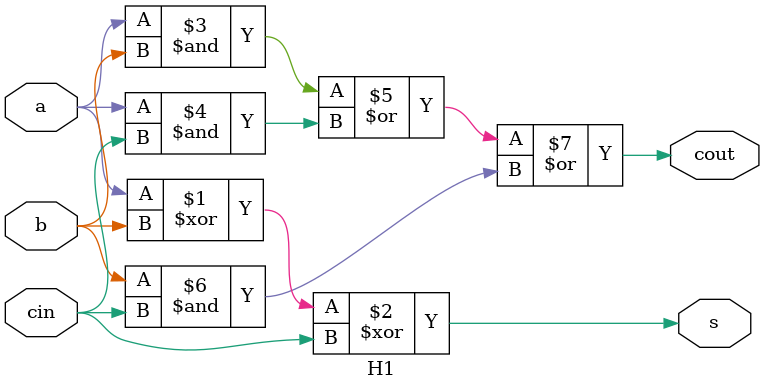
<source format=v>
`timescale 1ns / 1ps

module H1(a, b, cin, s, cout);

  input a, b, cin;
  output s, cout;

  assign s = a ^ b ^  cin;
  assign cout = ( a & b) | (a & cin) | ( b & cin);
endmodule 
</source>
